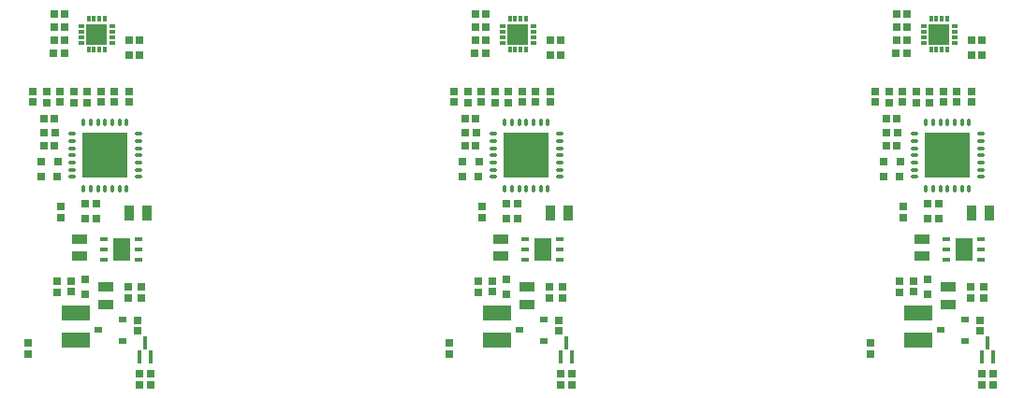
<source format=gtp>
G04*
G04 #@! TF.GenerationSoftware,Altium Limited,Altium Designer,21.0.9 (235)*
G04*
G04 Layer_Color=8421504*
%FSAX44Y44*%
%MOMM*%
G71*
G04*
G04 #@! TF.SameCoordinates,C9C275F4-687D-4123-80A0-9C6E5F070257*
G04*
G04*
G04 #@! TF.FilePolarity,Positive*
G04*
G01*
G75*
%ADD15R,4.1800X4.1800*%
%ADD16O,0.3000X0.7000*%
%ADD17O,0.7000X0.3000*%
G04:AMPARAMS|DCode=18|XSize=1.2571mm|YSize=0.3758mm|CornerRadius=0.1879mm|HoleSize=0mm|Usage=FLASHONLY|Rotation=90.000|XOffset=0mm|YOffset=0mm|HoleType=Round|Shape=RoundedRectangle|*
%AMROUNDEDRECTD18*
21,1,1.2571,0.0000,0,0,90.0*
21,1,0.8813,0.3758,0,0,90.0*
1,1,0.3758,0.0000,0.4406*
1,1,0.3758,0.0000,-0.4406*
1,1,0.3758,0.0000,-0.4406*
1,1,0.3758,0.0000,0.4406*
%
%ADD18ROUNDEDRECTD18*%
%ADD19R,0.3758X1.2571*%
%ADD20R,0.6500X0.7000*%
%ADD21R,0.7000X0.6500*%
%ADD22R,0.7400X0.7800*%
%ADD23R,0.7500X0.6000*%
%ADD24R,2.6000X1.3500*%
%ADD25R,1.3250X0.8250*%
%ADD28R,0.8000X0.8000*%
%ADD29R,0.7800X0.7400*%
%ADD30R,0.8250X1.3250*%
%ADD31R,0.3000X0.6300*%
%ADD32R,0.6300X0.3000*%
%ADD33R,1.8500X1.8500*%
%ADD49R,0.7000X0.3500*%
%ADD50R,1.5200X2.0000*%
D15*
X01019750Y01311385D02*
D03*
X01400750D02*
D03*
X01781750D02*
D03*
D16*
X01000250Y01341385D02*
D03*
X01006750D02*
D03*
X01013250D02*
D03*
X01019750D02*
D03*
X01026250D02*
D03*
X01032750D02*
D03*
X01039250D02*
D03*
Y01281385D02*
D03*
X01032750D02*
D03*
X01026250D02*
D03*
X01019750D02*
D03*
X01013250D02*
D03*
X01006750D02*
D03*
X01000250D02*
D03*
X01381250Y01341385D02*
D03*
X01387750D02*
D03*
X01394250D02*
D03*
X01400750D02*
D03*
X01407250D02*
D03*
X01413750D02*
D03*
X01420250D02*
D03*
Y01281385D02*
D03*
X01413750D02*
D03*
X01407250D02*
D03*
X01400750D02*
D03*
X01394250D02*
D03*
X01387750D02*
D03*
X01381250D02*
D03*
X01762250Y01341385D02*
D03*
X01768750D02*
D03*
X01775250D02*
D03*
X01781750D02*
D03*
X01788250D02*
D03*
X01794750D02*
D03*
X01801250D02*
D03*
Y01281385D02*
D03*
X01794750D02*
D03*
X01788250D02*
D03*
X01781750D02*
D03*
X01775250D02*
D03*
X01768750D02*
D03*
X01762250D02*
D03*
D17*
X01049750Y01330885D02*
D03*
Y01324385D02*
D03*
Y01317885D02*
D03*
Y01311385D02*
D03*
Y01304885D02*
D03*
Y01298385D02*
D03*
Y01291885D02*
D03*
X00989750D02*
D03*
Y01298385D02*
D03*
Y01304885D02*
D03*
Y01311385D02*
D03*
Y01317885D02*
D03*
Y01324385D02*
D03*
Y01330885D02*
D03*
X01430750D02*
D03*
Y01324385D02*
D03*
Y01317885D02*
D03*
Y01311385D02*
D03*
Y01304885D02*
D03*
Y01298385D02*
D03*
Y01291885D02*
D03*
X01370750D02*
D03*
Y01298385D02*
D03*
Y01304885D02*
D03*
Y01311385D02*
D03*
Y01317885D02*
D03*
Y01324385D02*
D03*
Y01330885D02*
D03*
X01811750D02*
D03*
Y01324385D02*
D03*
Y01317885D02*
D03*
Y01311385D02*
D03*
Y01304885D02*
D03*
Y01298385D02*
D03*
Y01291885D02*
D03*
X01751750D02*
D03*
Y01298385D02*
D03*
Y01304885D02*
D03*
Y01311385D02*
D03*
Y01317885D02*
D03*
Y01324385D02*
D03*
Y01330885D02*
D03*
D18*
X01055529Y01141165D02*
D03*
X01060529Y01129155D02*
D03*
X01436529Y01141165D02*
D03*
X01441529Y01129155D02*
D03*
X01817529Y01141165D02*
D03*
X01822529Y01129155D02*
D03*
D19*
X01050529D02*
D03*
X01431529D02*
D03*
X01812529D02*
D03*
D20*
X00979693Y01255336D02*
D03*
Y01264836D02*
D03*
X00988932Y01197364D02*
D03*
Y01187864D02*
D03*
X00976630Y01187635D02*
D03*
Y01197135D02*
D03*
X01048750Y01152601D02*
D03*
Y01162101D02*
D03*
X00991635Y01359497D02*
D03*
Y01368997D02*
D03*
X01003469D02*
D03*
Y01359497D02*
D03*
X00954432Y01359717D02*
D03*
Y01369217D02*
D03*
X00966678Y01368998D02*
D03*
Y01359498D02*
D03*
X01360693Y01255336D02*
D03*
Y01264836D02*
D03*
X01369932Y01197364D02*
D03*
Y01187864D02*
D03*
X01357630Y01187635D02*
D03*
Y01197135D02*
D03*
X01429750Y01152601D02*
D03*
Y01162101D02*
D03*
X01372635Y01359497D02*
D03*
Y01368997D02*
D03*
X01384469D02*
D03*
Y01359497D02*
D03*
X01335432Y01359717D02*
D03*
Y01369217D02*
D03*
X01347678Y01368998D02*
D03*
Y01359498D02*
D03*
X01741693Y01255336D02*
D03*
Y01264836D02*
D03*
X01750932Y01197364D02*
D03*
Y01187864D02*
D03*
X01738630Y01187635D02*
D03*
Y01197135D02*
D03*
X01810750Y01152601D02*
D03*
Y01162101D02*
D03*
X01753635Y01359497D02*
D03*
Y01368997D02*
D03*
X01765470D02*
D03*
Y01359497D02*
D03*
X01716432Y01359717D02*
D03*
Y01369217D02*
D03*
X01728678Y01368998D02*
D03*
Y01359498D02*
D03*
D21*
X01060679Y01103438D02*
D03*
X01051179D02*
D03*
X01060679Y01113790D02*
D03*
X01051179D02*
D03*
X01001932Y01198910D02*
D03*
Y01185410D02*
D03*
X00964678Y01332385D02*
D03*
X00974178D02*
D03*
X00974123Y01320113D02*
D03*
X00964623D02*
D03*
X00983185Y01415824D02*
D03*
X00973684D02*
D03*
X00983110Y01427480D02*
D03*
X00973610D02*
D03*
X01441679Y01103438D02*
D03*
X01432179D02*
D03*
X01441679Y01113790D02*
D03*
X01432179D02*
D03*
X01382932Y01198910D02*
D03*
Y01185410D02*
D03*
X01345678Y01332385D02*
D03*
X01355178D02*
D03*
X01355123Y01320113D02*
D03*
X01345623D02*
D03*
X01364185Y01415824D02*
D03*
X01354684D02*
D03*
X01364110Y01427480D02*
D03*
X01354610D02*
D03*
X01822679Y01103438D02*
D03*
X01813179D02*
D03*
X01822679Y01113790D02*
D03*
X01813179D02*
D03*
X01763932Y01198910D02*
D03*
Y01185410D02*
D03*
X01726678Y01332385D02*
D03*
X01736178D02*
D03*
X01736123Y01320113D02*
D03*
X01726623D02*
D03*
X01745184Y01415824D02*
D03*
X01735685D02*
D03*
X01745110Y01427480D02*
D03*
X01735610D02*
D03*
D22*
X00950390Y01141394D02*
D03*
Y01131594D02*
D03*
X01052779Y01192160D02*
D03*
Y01182360D02*
D03*
X01040640Y01192160D02*
D03*
Y01182360D02*
D03*
X00979206Y01359619D02*
D03*
Y01369419D02*
D03*
X01015650Y01359708D02*
D03*
Y01369508D02*
D03*
X01028287Y01359708D02*
D03*
Y01369508D02*
D03*
X01041555Y01359708D02*
D03*
Y01369508D02*
D03*
X01331390Y01141394D02*
D03*
Y01131594D02*
D03*
X01433779Y01192160D02*
D03*
Y01182360D02*
D03*
X01421640Y01192160D02*
D03*
Y01182360D02*
D03*
X01360206Y01359619D02*
D03*
Y01369419D02*
D03*
X01396650Y01359708D02*
D03*
Y01369508D02*
D03*
X01409287Y01359708D02*
D03*
Y01369508D02*
D03*
X01422555Y01359708D02*
D03*
Y01369508D02*
D03*
X01712390Y01141394D02*
D03*
Y01131594D02*
D03*
X01814779Y01192160D02*
D03*
Y01182360D02*
D03*
X01802640Y01192160D02*
D03*
Y01182360D02*
D03*
X01741206Y01359619D02*
D03*
Y01369419D02*
D03*
X01777650Y01359708D02*
D03*
Y01369508D02*
D03*
X01790287Y01359708D02*
D03*
Y01369508D02*
D03*
X01803555Y01359708D02*
D03*
Y01369508D02*
D03*
D23*
X01013890Y01153160D02*
D03*
X01035890Y01162660D02*
D03*
Y01143660D02*
D03*
X01394890Y01153160D02*
D03*
X01416890Y01162660D02*
D03*
Y01143660D02*
D03*
X01775890Y01153160D02*
D03*
X01797890Y01162660D02*
D03*
Y01143660D02*
D03*
D24*
X00993099Y01168744D02*
D03*
Y01144244D02*
D03*
X01374099Y01168744D02*
D03*
Y01144244D02*
D03*
X01755099Y01168744D02*
D03*
Y01144244D02*
D03*
D25*
X01020687Y01192614D02*
D03*
Y01176614D02*
D03*
X00996932Y01235910D02*
D03*
Y01219910D02*
D03*
X01401687Y01192614D02*
D03*
Y01176614D02*
D03*
X01377932Y01235910D02*
D03*
Y01219910D02*
D03*
X01782687Y01192614D02*
D03*
Y01176614D02*
D03*
X01758932Y01235910D02*
D03*
Y01219910D02*
D03*
D28*
X00976535Y01292163D02*
D03*
X00961535D02*
D03*
X00976711Y01305884D02*
D03*
X00961711D02*
D03*
X01357535Y01292163D02*
D03*
X01342535D02*
D03*
X01357711Y01305884D02*
D03*
X01342711D02*
D03*
X01738535Y01292163D02*
D03*
X01723535D02*
D03*
X01738711Y01305884D02*
D03*
X01723711D02*
D03*
D29*
X00974112Y01344702D02*
D03*
X00964312D02*
D03*
X01011650Y01267495D02*
D03*
X01001850D02*
D03*
X01011650Y01254495D02*
D03*
X01001850D02*
D03*
X01041400Y01402457D02*
D03*
X01051200D02*
D03*
X01041400Y01416130D02*
D03*
X01051200D02*
D03*
X00982683Y01403639D02*
D03*
X00972883D02*
D03*
X00983124Y01439799D02*
D03*
X00973324D02*
D03*
X01355112Y01344702D02*
D03*
X01345312D02*
D03*
X01392650Y01267495D02*
D03*
X01382850D02*
D03*
X01392650Y01254495D02*
D03*
X01382850D02*
D03*
X01422400Y01402457D02*
D03*
X01432200D02*
D03*
X01422400Y01416130D02*
D03*
X01432200D02*
D03*
X01363683Y01403639D02*
D03*
X01353883D02*
D03*
X01364124Y01439799D02*
D03*
X01354324D02*
D03*
X01736112Y01344702D02*
D03*
X01726312D02*
D03*
X01773650Y01267495D02*
D03*
X01763850D02*
D03*
X01773650Y01254495D02*
D03*
X01763850D02*
D03*
X01803400Y01402457D02*
D03*
X01813200D02*
D03*
X01803400Y01416130D02*
D03*
X01813200D02*
D03*
X01744684Y01403639D02*
D03*
X01734883D02*
D03*
X01745124Y01439799D02*
D03*
X01735324D02*
D03*
D30*
X01057750Y01259495D02*
D03*
X01041750D02*
D03*
X01438750D02*
D03*
X01422750D02*
D03*
X01819750D02*
D03*
X01803750D02*
D03*
D31*
X01004690Y01407280D02*
D03*
X01009690D02*
D03*
X01014690D02*
D03*
X01019690D02*
D03*
Y01434980D02*
D03*
X01014690D02*
D03*
X01009690D02*
D03*
X01004690D02*
D03*
X01385690Y01407280D02*
D03*
X01390690D02*
D03*
X01395690D02*
D03*
X01400690D02*
D03*
Y01434980D02*
D03*
X01395690D02*
D03*
X01390690D02*
D03*
X01385690D02*
D03*
X01766690Y01407280D02*
D03*
X01771690D02*
D03*
X01776690D02*
D03*
X01781690D02*
D03*
Y01434980D02*
D03*
X01776690D02*
D03*
X01771690D02*
D03*
X01766690D02*
D03*
D32*
X01026040Y01413630D02*
D03*
Y01418630D02*
D03*
Y01423630D02*
D03*
Y01428630D02*
D03*
X00998340D02*
D03*
Y01423630D02*
D03*
Y01418630D02*
D03*
Y01413630D02*
D03*
X01407040D02*
D03*
Y01418630D02*
D03*
Y01423630D02*
D03*
Y01428630D02*
D03*
X01379340D02*
D03*
Y01423630D02*
D03*
Y01418630D02*
D03*
Y01413630D02*
D03*
X01788040D02*
D03*
Y01418630D02*
D03*
Y01423630D02*
D03*
Y01428630D02*
D03*
X01760340D02*
D03*
Y01423630D02*
D03*
Y01418630D02*
D03*
Y01413630D02*
D03*
D33*
X01012190Y01421130D02*
D03*
X01393190D02*
D03*
X01774190D02*
D03*
D49*
X01049865Y01216659D02*
D03*
Y01226160D02*
D03*
X01049864Y01235660D02*
D03*
X01018864D02*
D03*
X01018865Y01226160D02*
D03*
Y01216659D02*
D03*
X01430865D02*
D03*
Y01226160D02*
D03*
X01430864Y01235660D02*
D03*
X01399864D02*
D03*
X01399865Y01226160D02*
D03*
Y01216659D02*
D03*
X01811865D02*
D03*
Y01226160D02*
D03*
X01811864Y01235660D02*
D03*
X01780864D02*
D03*
X01780865Y01226160D02*
D03*
Y01216659D02*
D03*
D50*
X01034366Y01226160D02*
D03*
X01415366D02*
D03*
X01796366D02*
D03*
M02*

</source>
